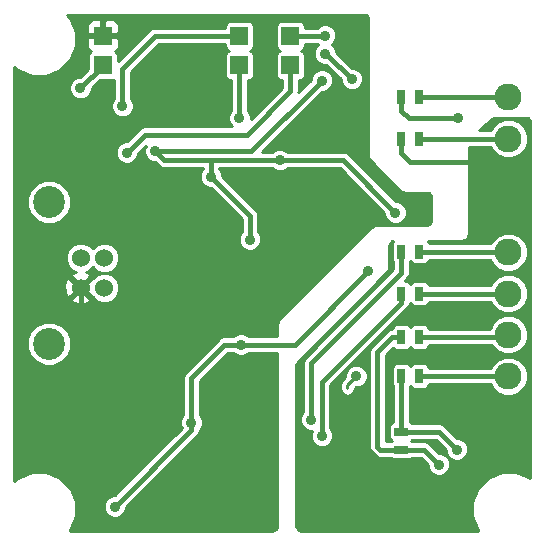
<source format=gtl>
G04 (created by PCBNEW (2013-07-07 BZR 4022)-stable) date 18.12.2014 21:06:21*
%MOIN*%
G04 Gerber Fmt 3.4, Leading zero omitted, Abs format*
%FSLAX34Y34*%
G01*
G70*
G90*
G04 APERTURE LIST*
%ADD10C,0.00590551*%
%ADD11C,0.06*%
%ADD12C,0.1063*%
%ADD13R,0.025X0.045*%
%ADD14R,0.045X0.025*%
%ADD15C,0.09*%
%ADD16R,0.0590551X0.0590551*%
%ADD17C,0.035*%
%ADD18C,0.01*%
%ADD19C,0.015*%
G04 APERTURE END LIST*
G54D10*
G54D11*
X4149Y9339D03*
X4149Y10339D03*
X3362Y10339D03*
X3362Y9339D03*
G54D12*
X2299Y7477D03*
X2299Y12201D03*
G54D13*
X14050Y6400D03*
X14650Y6400D03*
X14050Y15700D03*
X14650Y15700D03*
X14050Y14300D03*
X14650Y14300D03*
G54D14*
X14050Y4550D03*
X14050Y3950D03*
G54D13*
X14050Y7700D03*
X14650Y7700D03*
X14050Y9150D03*
X14650Y9150D03*
X14050Y10550D03*
X14650Y10550D03*
G54D15*
X17616Y14311D03*
X17616Y15688D03*
X17616Y9150D03*
X17616Y10528D03*
X17616Y6394D03*
X17616Y7772D03*
G54D16*
X4100Y17742D03*
X4100Y16757D03*
X8650Y16757D03*
X8650Y17742D03*
X10350Y16757D03*
X10350Y17742D03*
G54D17*
X12550Y6400D03*
X11400Y16250D03*
X5850Y13900D03*
X9000Y10950D03*
X7700Y13050D03*
X13850Y11850D03*
X10000Y13600D03*
X4500Y2050D03*
X11500Y17150D03*
X12400Y16300D03*
X12950Y9900D03*
X8700Y7450D03*
X7050Y4850D03*
X8650Y15000D03*
X4900Y13850D03*
X5700Y13350D03*
X6750Y13100D03*
X11350Y14550D03*
X11150Y9700D03*
X10950Y11350D03*
X5500Y8550D03*
X4800Y8550D03*
X11400Y12350D03*
X6300Y7400D03*
X9100Y5950D03*
X6550Y11350D03*
X5000Y11350D03*
X5850Y11350D03*
X7950Y16800D03*
X6450Y16500D03*
X7150Y16600D03*
X14750Y11650D03*
X6100Y8550D03*
X8200Y1600D03*
X7100Y1600D03*
X6150Y1600D03*
X14400Y1700D03*
X13400Y1650D03*
X12250Y1650D03*
X11150Y1500D03*
X11150Y2350D03*
X15950Y4900D03*
X15950Y5350D03*
X15950Y3000D03*
X16550Y13550D03*
X3350Y16000D03*
X11500Y17750D03*
X4750Y15400D03*
X11400Y4400D03*
X11050Y4950D03*
X15900Y3950D03*
X15300Y3450D03*
X15950Y15000D03*
G54D18*
X12250Y6000D02*
X12250Y6100D01*
X12250Y6100D02*
X12550Y6400D01*
G54D19*
X5850Y13900D02*
X9050Y13900D01*
X9050Y13900D02*
X11400Y16250D01*
X6150Y13600D02*
X7500Y13600D01*
X7500Y13600D02*
X7700Y13600D01*
X5850Y13900D02*
X6150Y13600D01*
X9000Y10950D02*
X9000Y11750D01*
X9000Y11750D02*
X7700Y13050D01*
X7700Y13050D02*
X7700Y13600D01*
X12100Y13600D02*
X10000Y13600D01*
X13850Y11850D02*
X12100Y13600D01*
X7700Y13600D02*
X10000Y13600D01*
X4500Y2050D02*
X7050Y4600D01*
X7050Y4600D02*
X7050Y4850D01*
X11550Y17150D02*
X11500Y17150D01*
X12400Y16300D02*
X11550Y17150D01*
X10500Y7450D02*
X12950Y9900D01*
X10500Y7450D02*
X8700Y7450D01*
X7050Y6350D02*
X8150Y7450D01*
X7050Y4850D02*
X7050Y6350D01*
X8150Y7450D02*
X8700Y7450D01*
X17616Y6394D02*
X14655Y6394D01*
X14655Y6394D02*
X14650Y6400D01*
X14650Y7700D02*
X17543Y7700D01*
X17543Y7700D02*
X17616Y7772D01*
X17616Y9150D02*
X14650Y9150D01*
X14650Y9150D02*
X14650Y9150D01*
X14650Y10550D02*
X17594Y10550D01*
X17594Y10550D02*
X17616Y10528D01*
X8650Y15000D02*
X8650Y16757D01*
X4900Y13850D02*
X5500Y14450D01*
X8900Y14450D02*
X10350Y15900D01*
X10350Y15900D02*
X10350Y16757D01*
X5500Y14450D02*
X8900Y14450D01*
X4800Y8550D02*
X5500Y8550D01*
X5750Y1600D02*
X3550Y1600D01*
G54D18*
X3550Y1600D02*
X3550Y2650D01*
X2750Y3450D02*
X1700Y3450D01*
X3550Y2650D02*
X2750Y3450D01*
G54D19*
X5850Y11350D02*
X5000Y11350D01*
X8200Y1600D02*
X7100Y1600D01*
X7100Y1600D02*
X6150Y1600D01*
X1700Y3450D02*
X1700Y5450D01*
X3362Y7112D02*
X3362Y9339D01*
X1700Y5450D02*
X3362Y7112D01*
X6150Y1600D02*
X5750Y1600D01*
G54D18*
X12250Y1650D02*
X13400Y1650D01*
X11150Y1500D02*
X11150Y2350D01*
X11150Y2350D02*
X11150Y1950D01*
G54D19*
X15950Y5350D02*
X15950Y4900D01*
X15400Y13550D02*
X16550Y13550D01*
X14050Y13850D02*
X14350Y13550D01*
X14350Y13550D02*
X15400Y13550D01*
X14050Y14300D02*
X14050Y13850D01*
X4100Y16750D02*
X4100Y16757D01*
X3350Y16000D02*
X4100Y16750D01*
X11492Y17742D02*
X10350Y17742D01*
X11500Y17750D02*
X11492Y17742D01*
X8650Y17742D02*
X5842Y17742D01*
X4750Y16650D02*
X4750Y15400D01*
X5842Y17742D02*
X4750Y16650D01*
X17616Y14311D02*
X14661Y14311D01*
X14661Y14311D02*
X14650Y14300D01*
X14650Y15700D02*
X17605Y15700D01*
X17605Y15700D02*
X17616Y15688D01*
X11400Y4500D02*
X11400Y4400D01*
X14050Y9150D02*
X14050Y8850D01*
X14050Y8850D02*
X11400Y6200D01*
X11400Y4500D02*
X11400Y6200D01*
X11050Y5100D02*
X11050Y4950D01*
X14050Y10550D02*
X14050Y9850D01*
X14050Y9850D02*
X11050Y6850D01*
X11050Y5100D02*
X11050Y6850D01*
X14050Y4550D02*
X15300Y4550D01*
X15300Y4550D02*
X15900Y3950D01*
X14050Y6400D02*
X14050Y4550D01*
X14050Y3950D02*
X14800Y3950D01*
X14800Y3950D02*
X15300Y3450D01*
X14050Y7700D02*
X13750Y7700D01*
X13350Y3950D02*
X14050Y3950D01*
X13250Y4050D02*
X13350Y3950D01*
X13250Y7200D02*
X13250Y4050D01*
X13750Y7700D02*
X13250Y7200D01*
X14050Y15700D02*
X14050Y15250D01*
X14300Y15000D02*
X15950Y15000D01*
X14050Y15250D02*
X14300Y15000D01*
G54D10*
G36*
X15050Y11604D02*
X15037Y11542D01*
X15005Y11494D01*
X14957Y11462D01*
X14895Y11450D01*
X14225Y11450D01*
X14225Y11924D01*
X14168Y12062D01*
X14062Y12167D01*
X13924Y12224D01*
X13863Y12224D01*
X12294Y13794D01*
X12205Y13854D01*
X12100Y13875D01*
X10255Y13875D01*
X10212Y13917D01*
X10074Y13974D01*
X9925Y13975D01*
X9787Y13918D01*
X9744Y13875D01*
X9413Y13875D01*
X11413Y15874D01*
X11474Y15874D01*
X11612Y15931D01*
X11717Y16037D01*
X11774Y16175D01*
X11775Y16324D01*
X11718Y16462D01*
X11612Y16567D01*
X11474Y16624D01*
X11325Y16625D01*
X11187Y16568D01*
X11082Y16462D01*
X11025Y16324D01*
X11025Y16263D01*
X10616Y15854D01*
X10624Y15900D01*
X10625Y15900D01*
X10625Y16262D01*
X10684Y16262D01*
X10758Y16292D01*
X10814Y16349D01*
X10845Y16422D01*
X10845Y16502D01*
X10845Y17092D01*
X10814Y17166D01*
X10758Y17222D01*
X10692Y17250D01*
X10758Y17277D01*
X10814Y17333D01*
X10845Y17406D01*
X10845Y17467D01*
X11252Y17467D01*
X11269Y17449D01*
X11182Y17362D01*
X11125Y17224D01*
X11124Y17075D01*
X11181Y16937D01*
X11287Y16832D01*
X11425Y16775D01*
X11536Y16774D01*
X12024Y16286D01*
X12024Y16225D01*
X12081Y16087D01*
X12187Y15982D01*
X12325Y15925D01*
X12474Y15924D01*
X12612Y15981D01*
X12717Y16087D01*
X12774Y16225D01*
X12775Y16374D01*
X12718Y16512D01*
X12612Y16617D01*
X12474Y16674D01*
X12413Y16674D01*
X11875Y17213D01*
X11875Y17224D01*
X11818Y17362D01*
X11730Y17450D01*
X11817Y17537D01*
X11874Y17675D01*
X11875Y17824D01*
X11818Y17962D01*
X11712Y18067D01*
X11574Y18124D01*
X11425Y18125D01*
X11287Y18068D01*
X11236Y18017D01*
X10845Y18017D01*
X10845Y18077D01*
X10814Y18150D01*
X10758Y18206D01*
X10685Y18237D01*
X10605Y18237D01*
X10015Y18237D01*
X9941Y18207D01*
X9885Y18150D01*
X9854Y18077D01*
X9854Y17997D01*
X9854Y17407D01*
X9885Y17333D01*
X9941Y17277D01*
X10007Y17249D01*
X9941Y17222D01*
X9885Y17166D01*
X9854Y17093D01*
X9854Y17013D01*
X9854Y16422D01*
X9885Y16349D01*
X9941Y16293D01*
X10014Y16262D01*
X10075Y16262D01*
X10075Y16013D01*
X9024Y14963D01*
X9025Y15074D01*
X8968Y15212D01*
X8925Y15255D01*
X8925Y16262D01*
X8984Y16262D01*
X9058Y16292D01*
X9114Y16349D01*
X9145Y16422D01*
X9145Y16502D01*
X9145Y17092D01*
X9114Y17166D01*
X9058Y17222D01*
X8992Y17250D01*
X9058Y17277D01*
X9114Y17333D01*
X9145Y17406D01*
X9145Y17486D01*
X9145Y18077D01*
X9114Y18150D01*
X9058Y18206D01*
X8985Y18237D01*
X8905Y18237D01*
X8315Y18237D01*
X8241Y18207D01*
X8185Y18150D01*
X8154Y18077D01*
X8154Y18017D01*
X5842Y18017D01*
X5736Y17996D01*
X5647Y17936D01*
X4595Y16884D01*
X4595Y17092D01*
X4564Y17166D01*
X4508Y17222D01*
X4507Y17222D01*
X4537Y17235D01*
X4607Y17305D01*
X4645Y17397D01*
X4645Y18086D01*
X4607Y18178D01*
X4537Y18249D01*
X4445Y18287D01*
X4345Y18287D01*
X4212Y18287D01*
X4150Y18224D01*
X4150Y17792D01*
X4582Y17792D01*
X4645Y17854D01*
X4645Y18086D01*
X4645Y17397D01*
X4645Y17629D01*
X4582Y17692D01*
X4150Y17692D01*
X4150Y17684D01*
X4050Y17684D01*
X4050Y17692D01*
X4050Y17792D01*
X4050Y18224D01*
X3987Y18287D01*
X3854Y18287D01*
X3754Y18287D01*
X3662Y18249D01*
X3592Y18178D01*
X3554Y18086D01*
X3554Y17854D01*
X3617Y17792D01*
X4050Y17792D01*
X4050Y17692D01*
X3617Y17692D01*
X3554Y17629D01*
X3554Y17397D01*
X3592Y17305D01*
X3662Y17235D01*
X3691Y17222D01*
X3691Y17222D01*
X3635Y17166D01*
X3604Y17093D01*
X3604Y17013D01*
X3604Y16643D01*
X3336Y16375D01*
X3275Y16375D01*
X3137Y16318D01*
X3032Y16212D01*
X2975Y16074D01*
X2974Y15925D01*
X3031Y15787D01*
X3137Y15682D01*
X3275Y15625D01*
X3424Y15624D01*
X3562Y15681D01*
X3667Y15787D01*
X3724Y15925D01*
X3724Y15986D01*
X4001Y16262D01*
X4434Y16262D01*
X4475Y16279D01*
X4475Y15655D01*
X4432Y15612D01*
X4375Y15474D01*
X4374Y15325D01*
X4431Y15187D01*
X4537Y15082D01*
X4675Y15025D01*
X4824Y15024D01*
X4962Y15081D01*
X5067Y15187D01*
X5124Y15325D01*
X5125Y15474D01*
X5068Y15612D01*
X5025Y15655D01*
X5025Y16536D01*
X5956Y17467D01*
X8154Y17467D01*
X8154Y17407D01*
X8185Y17333D01*
X8241Y17277D01*
X8307Y17249D01*
X8241Y17222D01*
X8185Y17166D01*
X8154Y17093D01*
X8154Y17013D01*
X8154Y16422D01*
X8185Y16349D01*
X8241Y16293D01*
X8314Y16262D01*
X8375Y16262D01*
X8375Y15255D01*
X8332Y15212D01*
X8275Y15074D01*
X8274Y14925D01*
X8331Y14787D01*
X8394Y14725D01*
X5500Y14725D01*
X5394Y14704D01*
X5305Y14644D01*
X4886Y14225D01*
X4825Y14225D01*
X4687Y14168D01*
X4582Y14062D01*
X4525Y13924D01*
X4524Y13775D01*
X4581Y13637D01*
X4687Y13532D01*
X4825Y13475D01*
X4974Y13474D01*
X5112Y13531D01*
X5217Y13637D01*
X5274Y13775D01*
X5274Y13836D01*
X5518Y14079D01*
X5475Y13974D01*
X5474Y13825D01*
X5531Y13687D01*
X5637Y13582D01*
X5775Y13525D01*
X5836Y13525D01*
X5955Y13405D01*
X5955Y13405D01*
X6015Y13365D01*
X6044Y13345D01*
X6044Y13345D01*
X6149Y13325D01*
X6150Y13325D01*
X7425Y13325D01*
X7425Y13305D01*
X7382Y13262D01*
X7325Y13124D01*
X7324Y12975D01*
X7381Y12837D01*
X7487Y12732D01*
X7625Y12675D01*
X7686Y12675D01*
X8725Y11636D01*
X8725Y11205D01*
X8682Y11162D01*
X8625Y11024D01*
X8624Y10875D01*
X8681Y10737D01*
X8787Y10632D01*
X8925Y10575D01*
X9074Y10574D01*
X9212Y10631D01*
X9317Y10737D01*
X9374Y10875D01*
X9375Y11024D01*
X9318Y11162D01*
X9275Y11205D01*
X9275Y11750D01*
X9254Y11855D01*
X9254Y11855D01*
X9194Y11944D01*
X8075Y13063D01*
X8075Y13124D01*
X8018Y13262D01*
X7975Y13305D01*
X7975Y13325D01*
X9744Y13325D01*
X9787Y13282D01*
X9925Y13225D01*
X10074Y13224D01*
X10212Y13281D01*
X10255Y13325D01*
X11986Y13325D01*
X13474Y11836D01*
X13474Y11775D01*
X13531Y11637D01*
X13637Y11532D01*
X13775Y11475D01*
X13924Y11474D01*
X14062Y11531D01*
X14167Y11637D01*
X14224Y11775D01*
X14225Y11924D01*
X14225Y11450D01*
X13227Y11450D01*
X13136Y11431D01*
X13059Y11380D01*
X12814Y11135D01*
X9969Y8290D01*
X9918Y8213D01*
X9900Y8122D01*
X9900Y7725D01*
X8955Y7725D01*
X8912Y7767D01*
X8774Y7824D01*
X8625Y7825D01*
X8487Y7768D01*
X8444Y7725D01*
X8150Y7725D01*
X8044Y7704D01*
X8015Y7684D01*
X7955Y7644D01*
X6855Y6544D01*
X6795Y6455D01*
X6775Y6350D01*
X6775Y5105D01*
X6732Y5062D01*
X6675Y4924D01*
X6674Y4775D01*
X6722Y4661D01*
X4649Y2588D01*
X4649Y9438D01*
X4649Y10438D01*
X4573Y10622D01*
X4432Y10763D01*
X4249Y10839D01*
X4050Y10839D01*
X3866Y10763D01*
X3755Y10652D01*
X3645Y10763D01*
X3462Y10839D01*
X3263Y10839D01*
X3079Y10763D01*
X3030Y10715D01*
X3030Y12346D01*
X2919Y12615D01*
X2714Y12821D01*
X2445Y12932D01*
X2154Y12932D01*
X1885Y12821D01*
X1679Y12616D01*
X1567Y12347D01*
X1567Y12056D01*
X1678Y11787D01*
X1884Y11581D01*
X2153Y11469D01*
X2444Y11469D01*
X2713Y11580D01*
X2918Y11786D01*
X3030Y12055D01*
X3030Y12346D01*
X3030Y10715D01*
X2938Y10622D01*
X2862Y10439D01*
X2862Y10240D01*
X2938Y10056D01*
X3078Y9915D01*
X3191Y9869D01*
X3074Y9820D01*
X3047Y9725D01*
X3362Y9410D01*
X3677Y9725D01*
X3650Y9820D01*
X3524Y9865D01*
X3645Y9915D01*
X3755Y10025D01*
X3865Y9915D01*
X4049Y9839D01*
X4248Y9839D01*
X4432Y9915D01*
X4572Y10055D01*
X4649Y10239D01*
X4649Y10438D01*
X4649Y9438D01*
X4573Y9622D01*
X4432Y9763D01*
X4249Y9839D01*
X4050Y9839D01*
X3866Y9763D01*
X3755Y9652D01*
X3748Y9654D01*
X3432Y9339D01*
X3748Y9024D01*
X3755Y9026D01*
X3865Y8915D01*
X4049Y8839D01*
X4248Y8839D01*
X4432Y8915D01*
X4572Y9055D01*
X4649Y9239D01*
X4649Y9438D01*
X4649Y2588D01*
X4486Y2425D01*
X4425Y2425D01*
X4287Y2368D01*
X4182Y2262D01*
X4125Y2124D01*
X4124Y1975D01*
X4181Y1837D01*
X4287Y1732D01*
X4425Y1675D01*
X4574Y1674D01*
X4712Y1731D01*
X4817Y1837D01*
X4874Y1975D01*
X4874Y2036D01*
X7244Y4405D01*
X7304Y4494D01*
X7304Y4494D01*
X7323Y4593D01*
X7367Y4637D01*
X7424Y4775D01*
X7425Y4924D01*
X7368Y5062D01*
X7325Y5105D01*
X7325Y6236D01*
X8263Y7175D01*
X8444Y7175D01*
X8487Y7132D01*
X8625Y7075D01*
X8774Y7074D01*
X8912Y7131D01*
X8955Y7175D01*
X9900Y7175D01*
X9900Y1404D01*
X9887Y1342D01*
X9855Y1294D01*
X9807Y1262D01*
X9745Y1250D01*
X3677Y1250D01*
X3677Y8953D01*
X3362Y9268D01*
X3291Y9197D01*
X3291Y9339D01*
X2976Y9654D01*
X2880Y9627D01*
X2807Y9421D01*
X2818Y9202D01*
X2880Y9051D01*
X2976Y9024D01*
X3291Y9339D01*
X3291Y9197D01*
X3047Y8953D01*
X3074Y8858D01*
X3280Y8784D01*
X3498Y8795D01*
X3650Y8858D01*
X3677Y8953D01*
X3677Y1250D01*
X2991Y1250D01*
X3011Y1270D01*
X3199Y1722D01*
X3199Y2212D01*
X3030Y2621D01*
X3030Y7622D01*
X2919Y7891D01*
X2714Y8097D01*
X2445Y8208D01*
X2154Y8208D01*
X1885Y8097D01*
X1679Y7892D01*
X1567Y7623D01*
X1567Y7332D01*
X1678Y7063D01*
X1884Y6857D01*
X2153Y6745D01*
X2444Y6745D01*
X2713Y6856D01*
X2918Y7062D01*
X3030Y7331D01*
X3030Y7622D01*
X3030Y2621D01*
X3012Y2664D01*
X2666Y3011D01*
X2214Y3199D01*
X1724Y3199D01*
X1272Y3012D01*
X1150Y2890D01*
X1150Y16708D01*
X1270Y16588D01*
X1722Y16400D01*
X2212Y16400D01*
X2664Y16587D01*
X3011Y16933D01*
X3199Y17385D01*
X3199Y17875D01*
X3012Y18327D01*
X2890Y18450D01*
X12795Y18450D01*
X12857Y18437D01*
X12905Y18405D01*
X12937Y18357D01*
X12950Y18295D01*
X12950Y13727D01*
X12968Y13636D01*
X13019Y13559D01*
X14009Y12569D01*
X14086Y12518D01*
X14177Y12500D01*
X14895Y12500D01*
X14957Y12487D01*
X15005Y12455D01*
X15037Y12407D01*
X15050Y12345D01*
X15050Y11604D01*
X15050Y11604D01*
G37*
G54D18*
X15050Y11604D02*
X15037Y11542D01*
X15005Y11494D01*
X14957Y11462D01*
X14895Y11450D01*
X14225Y11450D01*
X14225Y11924D01*
X14168Y12062D01*
X14062Y12167D01*
X13924Y12224D01*
X13863Y12224D01*
X12294Y13794D01*
X12205Y13854D01*
X12100Y13875D01*
X10255Y13875D01*
X10212Y13917D01*
X10074Y13974D01*
X9925Y13975D01*
X9787Y13918D01*
X9744Y13875D01*
X9413Y13875D01*
X11413Y15874D01*
X11474Y15874D01*
X11612Y15931D01*
X11717Y16037D01*
X11774Y16175D01*
X11775Y16324D01*
X11718Y16462D01*
X11612Y16567D01*
X11474Y16624D01*
X11325Y16625D01*
X11187Y16568D01*
X11082Y16462D01*
X11025Y16324D01*
X11025Y16263D01*
X10616Y15854D01*
X10624Y15900D01*
X10625Y15900D01*
X10625Y16262D01*
X10684Y16262D01*
X10758Y16292D01*
X10814Y16349D01*
X10845Y16422D01*
X10845Y16502D01*
X10845Y17092D01*
X10814Y17166D01*
X10758Y17222D01*
X10692Y17250D01*
X10758Y17277D01*
X10814Y17333D01*
X10845Y17406D01*
X10845Y17467D01*
X11252Y17467D01*
X11269Y17449D01*
X11182Y17362D01*
X11125Y17224D01*
X11124Y17075D01*
X11181Y16937D01*
X11287Y16832D01*
X11425Y16775D01*
X11536Y16774D01*
X12024Y16286D01*
X12024Y16225D01*
X12081Y16087D01*
X12187Y15982D01*
X12325Y15925D01*
X12474Y15924D01*
X12612Y15981D01*
X12717Y16087D01*
X12774Y16225D01*
X12775Y16374D01*
X12718Y16512D01*
X12612Y16617D01*
X12474Y16674D01*
X12413Y16674D01*
X11875Y17213D01*
X11875Y17224D01*
X11818Y17362D01*
X11730Y17450D01*
X11817Y17537D01*
X11874Y17675D01*
X11875Y17824D01*
X11818Y17962D01*
X11712Y18067D01*
X11574Y18124D01*
X11425Y18125D01*
X11287Y18068D01*
X11236Y18017D01*
X10845Y18017D01*
X10845Y18077D01*
X10814Y18150D01*
X10758Y18206D01*
X10685Y18237D01*
X10605Y18237D01*
X10015Y18237D01*
X9941Y18207D01*
X9885Y18150D01*
X9854Y18077D01*
X9854Y17997D01*
X9854Y17407D01*
X9885Y17333D01*
X9941Y17277D01*
X10007Y17249D01*
X9941Y17222D01*
X9885Y17166D01*
X9854Y17093D01*
X9854Y17013D01*
X9854Y16422D01*
X9885Y16349D01*
X9941Y16293D01*
X10014Y16262D01*
X10075Y16262D01*
X10075Y16013D01*
X9024Y14963D01*
X9025Y15074D01*
X8968Y15212D01*
X8925Y15255D01*
X8925Y16262D01*
X8984Y16262D01*
X9058Y16292D01*
X9114Y16349D01*
X9145Y16422D01*
X9145Y16502D01*
X9145Y17092D01*
X9114Y17166D01*
X9058Y17222D01*
X8992Y17250D01*
X9058Y17277D01*
X9114Y17333D01*
X9145Y17406D01*
X9145Y17486D01*
X9145Y18077D01*
X9114Y18150D01*
X9058Y18206D01*
X8985Y18237D01*
X8905Y18237D01*
X8315Y18237D01*
X8241Y18207D01*
X8185Y18150D01*
X8154Y18077D01*
X8154Y18017D01*
X5842Y18017D01*
X5736Y17996D01*
X5647Y17936D01*
X4595Y16884D01*
X4595Y17092D01*
X4564Y17166D01*
X4508Y17222D01*
X4507Y17222D01*
X4537Y17235D01*
X4607Y17305D01*
X4645Y17397D01*
X4645Y18086D01*
X4607Y18178D01*
X4537Y18249D01*
X4445Y18287D01*
X4345Y18287D01*
X4212Y18287D01*
X4150Y18224D01*
X4150Y17792D01*
X4582Y17792D01*
X4645Y17854D01*
X4645Y18086D01*
X4645Y17397D01*
X4645Y17629D01*
X4582Y17692D01*
X4150Y17692D01*
X4150Y17684D01*
X4050Y17684D01*
X4050Y17692D01*
X4050Y17792D01*
X4050Y18224D01*
X3987Y18287D01*
X3854Y18287D01*
X3754Y18287D01*
X3662Y18249D01*
X3592Y18178D01*
X3554Y18086D01*
X3554Y17854D01*
X3617Y17792D01*
X4050Y17792D01*
X4050Y17692D01*
X3617Y17692D01*
X3554Y17629D01*
X3554Y17397D01*
X3592Y17305D01*
X3662Y17235D01*
X3691Y17222D01*
X3691Y17222D01*
X3635Y17166D01*
X3604Y17093D01*
X3604Y17013D01*
X3604Y16643D01*
X3336Y16375D01*
X3275Y16375D01*
X3137Y16318D01*
X3032Y16212D01*
X2975Y16074D01*
X2974Y15925D01*
X3031Y15787D01*
X3137Y15682D01*
X3275Y15625D01*
X3424Y15624D01*
X3562Y15681D01*
X3667Y15787D01*
X3724Y15925D01*
X3724Y15986D01*
X4001Y16262D01*
X4434Y16262D01*
X4475Y16279D01*
X4475Y15655D01*
X4432Y15612D01*
X4375Y15474D01*
X4374Y15325D01*
X4431Y15187D01*
X4537Y15082D01*
X4675Y15025D01*
X4824Y15024D01*
X4962Y15081D01*
X5067Y15187D01*
X5124Y15325D01*
X5125Y15474D01*
X5068Y15612D01*
X5025Y15655D01*
X5025Y16536D01*
X5956Y17467D01*
X8154Y17467D01*
X8154Y17407D01*
X8185Y17333D01*
X8241Y17277D01*
X8307Y17249D01*
X8241Y17222D01*
X8185Y17166D01*
X8154Y17093D01*
X8154Y17013D01*
X8154Y16422D01*
X8185Y16349D01*
X8241Y16293D01*
X8314Y16262D01*
X8375Y16262D01*
X8375Y15255D01*
X8332Y15212D01*
X8275Y15074D01*
X8274Y14925D01*
X8331Y14787D01*
X8394Y14725D01*
X5500Y14725D01*
X5394Y14704D01*
X5305Y14644D01*
X4886Y14225D01*
X4825Y14225D01*
X4687Y14168D01*
X4582Y14062D01*
X4525Y13924D01*
X4524Y13775D01*
X4581Y13637D01*
X4687Y13532D01*
X4825Y13475D01*
X4974Y13474D01*
X5112Y13531D01*
X5217Y13637D01*
X5274Y13775D01*
X5274Y13836D01*
X5518Y14079D01*
X5475Y13974D01*
X5474Y13825D01*
X5531Y13687D01*
X5637Y13582D01*
X5775Y13525D01*
X5836Y13525D01*
X5955Y13405D01*
X5955Y13405D01*
X6015Y13365D01*
X6044Y13345D01*
X6044Y13345D01*
X6149Y13325D01*
X6150Y13325D01*
X7425Y13325D01*
X7425Y13305D01*
X7382Y13262D01*
X7325Y13124D01*
X7324Y12975D01*
X7381Y12837D01*
X7487Y12732D01*
X7625Y12675D01*
X7686Y12675D01*
X8725Y11636D01*
X8725Y11205D01*
X8682Y11162D01*
X8625Y11024D01*
X8624Y10875D01*
X8681Y10737D01*
X8787Y10632D01*
X8925Y10575D01*
X9074Y10574D01*
X9212Y10631D01*
X9317Y10737D01*
X9374Y10875D01*
X9375Y11024D01*
X9318Y11162D01*
X9275Y11205D01*
X9275Y11750D01*
X9254Y11855D01*
X9254Y11855D01*
X9194Y11944D01*
X8075Y13063D01*
X8075Y13124D01*
X8018Y13262D01*
X7975Y13305D01*
X7975Y13325D01*
X9744Y13325D01*
X9787Y13282D01*
X9925Y13225D01*
X10074Y13224D01*
X10212Y13281D01*
X10255Y13325D01*
X11986Y13325D01*
X13474Y11836D01*
X13474Y11775D01*
X13531Y11637D01*
X13637Y11532D01*
X13775Y11475D01*
X13924Y11474D01*
X14062Y11531D01*
X14167Y11637D01*
X14224Y11775D01*
X14225Y11924D01*
X14225Y11450D01*
X13227Y11450D01*
X13136Y11431D01*
X13059Y11380D01*
X12814Y11135D01*
X9969Y8290D01*
X9918Y8213D01*
X9900Y8122D01*
X9900Y7725D01*
X8955Y7725D01*
X8912Y7767D01*
X8774Y7824D01*
X8625Y7825D01*
X8487Y7768D01*
X8444Y7725D01*
X8150Y7725D01*
X8044Y7704D01*
X8015Y7684D01*
X7955Y7644D01*
X6855Y6544D01*
X6795Y6455D01*
X6775Y6350D01*
X6775Y5105D01*
X6732Y5062D01*
X6675Y4924D01*
X6674Y4775D01*
X6722Y4661D01*
X4649Y2588D01*
X4649Y9438D01*
X4649Y10438D01*
X4573Y10622D01*
X4432Y10763D01*
X4249Y10839D01*
X4050Y10839D01*
X3866Y10763D01*
X3755Y10652D01*
X3645Y10763D01*
X3462Y10839D01*
X3263Y10839D01*
X3079Y10763D01*
X3030Y10715D01*
X3030Y12346D01*
X2919Y12615D01*
X2714Y12821D01*
X2445Y12932D01*
X2154Y12932D01*
X1885Y12821D01*
X1679Y12616D01*
X1567Y12347D01*
X1567Y12056D01*
X1678Y11787D01*
X1884Y11581D01*
X2153Y11469D01*
X2444Y11469D01*
X2713Y11580D01*
X2918Y11786D01*
X3030Y12055D01*
X3030Y12346D01*
X3030Y10715D01*
X2938Y10622D01*
X2862Y10439D01*
X2862Y10240D01*
X2938Y10056D01*
X3078Y9915D01*
X3191Y9869D01*
X3074Y9820D01*
X3047Y9725D01*
X3362Y9410D01*
X3677Y9725D01*
X3650Y9820D01*
X3524Y9865D01*
X3645Y9915D01*
X3755Y10025D01*
X3865Y9915D01*
X4049Y9839D01*
X4248Y9839D01*
X4432Y9915D01*
X4572Y10055D01*
X4649Y10239D01*
X4649Y10438D01*
X4649Y9438D01*
X4573Y9622D01*
X4432Y9763D01*
X4249Y9839D01*
X4050Y9839D01*
X3866Y9763D01*
X3755Y9652D01*
X3748Y9654D01*
X3432Y9339D01*
X3748Y9024D01*
X3755Y9026D01*
X3865Y8915D01*
X4049Y8839D01*
X4248Y8839D01*
X4432Y8915D01*
X4572Y9055D01*
X4649Y9239D01*
X4649Y9438D01*
X4649Y2588D01*
X4486Y2425D01*
X4425Y2425D01*
X4287Y2368D01*
X4182Y2262D01*
X4125Y2124D01*
X4124Y1975D01*
X4181Y1837D01*
X4287Y1732D01*
X4425Y1675D01*
X4574Y1674D01*
X4712Y1731D01*
X4817Y1837D01*
X4874Y1975D01*
X4874Y2036D01*
X7244Y4405D01*
X7304Y4494D01*
X7304Y4494D01*
X7323Y4593D01*
X7367Y4637D01*
X7424Y4775D01*
X7425Y4924D01*
X7368Y5062D01*
X7325Y5105D01*
X7325Y6236D01*
X8263Y7175D01*
X8444Y7175D01*
X8487Y7132D01*
X8625Y7075D01*
X8774Y7074D01*
X8912Y7131D01*
X8955Y7175D01*
X9900Y7175D01*
X9900Y1404D01*
X9887Y1342D01*
X9855Y1294D01*
X9807Y1262D01*
X9745Y1250D01*
X3677Y1250D01*
X3677Y8953D01*
X3362Y9268D01*
X3291Y9197D01*
X3291Y9339D01*
X2976Y9654D01*
X2880Y9627D01*
X2807Y9421D01*
X2818Y9202D01*
X2880Y9051D01*
X2976Y9024D01*
X3291Y9339D01*
X3291Y9197D01*
X3047Y8953D01*
X3074Y8858D01*
X3280Y8784D01*
X3498Y8795D01*
X3650Y8858D01*
X3677Y8953D01*
X3677Y1250D01*
X2991Y1250D01*
X3011Y1270D01*
X3199Y1722D01*
X3199Y2212D01*
X3030Y2621D01*
X3030Y7622D01*
X2919Y7891D01*
X2714Y8097D01*
X2445Y8208D01*
X2154Y8208D01*
X1885Y8097D01*
X1679Y7892D01*
X1567Y7623D01*
X1567Y7332D01*
X1678Y7063D01*
X1884Y6857D01*
X2153Y6745D01*
X2444Y6745D01*
X2713Y6856D01*
X2918Y7062D01*
X3030Y7331D01*
X3030Y7622D01*
X3030Y2621D01*
X3012Y2664D01*
X2666Y3011D01*
X2214Y3199D01*
X1724Y3199D01*
X1272Y3012D01*
X1150Y2890D01*
X1150Y16708D01*
X1270Y16588D01*
X1722Y16400D01*
X2212Y16400D01*
X2664Y16587D01*
X3011Y16933D01*
X3199Y17385D01*
X3199Y17875D01*
X3012Y18327D01*
X2890Y18450D01*
X12795Y18450D01*
X12857Y18437D01*
X12905Y18405D01*
X12937Y18357D01*
X12950Y18295D01*
X12950Y13727D01*
X12968Y13636D01*
X13019Y13559D01*
X14009Y12569D01*
X14086Y12518D01*
X14177Y12500D01*
X14895Y12500D01*
X14957Y12487D01*
X15005Y12455D01*
X15037Y12407D01*
X15050Y12345D01*
X15050Y11604D01*
G54D10*
G36*
X18350Y2991D02*
X18329Y3011D01*
X18266Y3037D01*
X18266Y6523D01*
X18167Y6762D01*
X17984Y6945D01*
X17746Y7044D01*
X17487Y7044D01*
X17248Y6945D01*
X17065Y6763D01*
X17026Y6669D01*
X14973Y6669D01*
X14944Y6738D01*
X14888Y6794D01*
X14814Y6824D01*
X14735Y6825D01*
X14485Y6825D01*
X14411Y6794D01*
X14355Y6738D01*
X14350Y6725D01*
X14344Y6738D01*
X14288Y6794D01*
X14214Y6824D01*
X14135Y6825D01*
X13885Y6825D01*
X13811Y6794D01*
X13755Y6738D01*
X13725Y6664D01*
X13724Y6585D01*
X13724Y6135D01*
X13755Y6061D01*
X13775Y6042D01*
X13775Y4870D01*
X13711Y4844D01*
X13655Y4788D01*
X13625Y4714D01*
X13624Y4635D01*
X13624Y4385D01*
X13655Y4311D01*
X13711Y4255D01*
X13724Y4250D01*
X13711Y4244D01*
X13692Y4225D01*
X13525Y4225D01*
X13525Y7086D01*
X13778Y7339D01*
X13811Y7305D01*
X13885Y7275D01*
X13964Y7274D01*
X14214Y7274D01*
X14288Y7305D01*
X14344Y7361D01*
X14349Y7374D01*
X14355Y7361D01*
X14411Y7305D01*
X14485Y7275D01*
X14564Y7274D01*
X14814Y7274D01*
X14888Y7305D01*
X14944Y7361D01*
X14970Y7425D01*
X17056Y7425D01*
X17064Y7404D01*
X17247Y7221D01*
X17486Y7122D01*
X17744Y7122D01*
X17983Y7221D01*
X18166Y7403D01*
X18266Y7642D01*
X18266Y7901D01*
X18167Y8140D01*
X17984Y8323D01*
X17746Y8422D01*
X17487Y8422D01*
X17248Y8323D01*
X17065Y8141D01*
X16996Y7975D01*
X14970Y7975D01*
X14944Y8038D01*
X14888Y8094D01*
X14814Y8124D01*
X14735Y8125D01*
X14485Y8125D01*
X14411Y8094D01*
X14355Y8038D01*
X14350Y8025D01*
X14344Y8038D01*
X14288Y8094D01*
X14214Y8124D01*
X14135Y8125D01*
X13885Y8125D01*
X13811Y8094D01*
X13755Y8038D01*
X13727Y7970D01*
X13644Y7954D01*
X13555Y7894D01*
X13055Y7394D01*
X12995Y7305D01*
X12975Y7200D01*
X12975Y4050D01*
X12995Y3944D01*
X13055Y3855D01*
X13155Y3755D01*
X13244Y3695D01*
X13244Y3695D01*
X13350Y3675D01*
X13692Y3675D01*
X13711Y3655D01*
X13785Y3625D01*
X13864Y3624D01*
X14314Y3624D01*
X14388Y3655D01*
X14407Y3675D01*
X14686Y3675D01*
X14924Y3436D01*
X14924Y3375D01*
X14981Y3237D01*
X15087Y3132D01*
X15225Y3075D01*
X15374Y3074D01*
X15512Y3131D01*
X15617Y3237D01*
X15674Y3375D01*
X15675Y3524D01*
X15618Y3662D01*
X15512Y3767D01*
X15374Y3824D01*
X15313Y3824D01*
X14994Y4144D01*
X14905Y4204D01*
X14800Y4225D01*
X14407Y4225D01*
X14388Y4244D01*
X14375Y4249D01*
X14388Y4255D01*
X14407Y4275D01*
X15186Y4275D01*
X15524Y3936D01*
X15524Y3875D01*
X15581Y3737D01*
X15687Y3632D01*
X15825Y3575D01*
X15974Y3574D01*
X16112Y3631D01*
X16217Y3737D01*
X16274Y3875D01*
X16275Y4024D01*
X16218Y4162D01*
X16112Y4267D01*
X15974Y4324D01*
X15913Y4324D01*
X15494Y4744D01*
X15405Y4804D01*
X15300Y4825D01*
X14407Y4825D01*
X14388Y4844D01*
X14325Y4870D01*
X14325Y6042D01*
X14344Y6061D01*
X14349Y6074D01*
X14355Y6061D01*
X14411Y6005D01*
X14485Y5975D01*
X14564Y5974D01*
X14814Y5974D01*
X14888Y6005D01*
X14944Y6061D01*
X14968Y6119D01*
X17026Y6119D01*
X17064Y6026D01*
X17247Y5843D01*
X17486Y5744D01*
X17744Y5744D01*
X17983Y5843D01*
X18166Y6025D01*
X18266Y6264D01*
X18266Y6523D01*
X18266Y3037D01*
X17877Y3199D01*
X17387Y3199D01*
X16935Y3012D01*
X16588Y2666D01*
X16400Y2214D01*
X16400Y1724D01*
X16587Y1272D01*
X16609Y1250D01*
X12925Y1250D01*
X12925Y6474D01*
X12868Y6612D01*
X12762Y6717D01*
X12624Y6774D01*
X12475Y6775D01*
X12337Y6718D01*
X12232Y6612D01*
X12175Y6474D01*
X12174Y6378D01*
X12073Y6276D01*
X12019Y6195D01*
X12000Y6100D01*
X12000Y6000D01*
X12019Y5904D01*
X12073Y5823D01*
X12154Y5769D01*
X12250Y5750D01*
X12345Y5769D01*
X12426Y5823D01*
X12480Y5904D01*
X12499Y5995D01*
X12528Y6025D01*
X12624Y6024D01*
X12762Y6081D01*
X12867Y6187D01*
X12924Y6325D01*
X12925Y6474D01*
X12925Y1250D01*
X10704Y1250D01*
X10642Y1262D01*
X10594Y1294D01*
X10562Y1342D01*
X10550Y1404D01*
X10550Y6762D01*
X10562Y6824D01*
X10597Y6876D01*
X13580Y9859D01*
X13631Y9936D01*
X13650Y10027D01*
X13650Y10745D01*
X13662Y10807D01*
X13694Y10855D01*
X13742Y10887D01*
X13757Y10890D01*
X13755Y10888D01*
X13725Y10814D01*
X13724Y10735D01*
X13724Y10285D01*
X13755Y10211D01*
X13775Y10192D01*
X13775Y9963D01*
X10855Y7044D01*
X10795Y6955D01*
X10775Y6850D01*
X10775Y5205D01*
X10732Y5162D01*
X10675Y5024D01*
X10674Y4875D01*
X10731Y4737D01*
X10837Y4632D01*
X10975Y4575D01*
X11066Y4574D01*
X11025Y4474D01*
X11024Y4325D01*
X11081Y4187D01*
X11187Y4082D01*
X11325Y4025D01*
X11474Y4024D01*
X11612Y4081D01*
X11717Y4187D01*
X11774Y4325D01*
X11775Y4474D01*
X11718Y4612D01*
X11675Y4655D01*
X11675Y6086D01*
X14244Y8655D01*
X14304Y8744D01*
X14304Y8744D01*
X14310Y8777D01*
X14344Y8811D01*
X14349Y8824D01*
X14355Y8811D01*
X14411Y8755D01*
X14485Y8725D01*
X14564Y8724D01*
X14814Y8724D01*
X14888Y8755D01*
X14944Y8811D01*
X14970Y8875D01*
X17026Y8875D01*
X17064Y8782D01*
X17247Y8599D01*
X17486Y8500D01*
X17744Y8500D01*
X17983Y8599D01*
X18166Y8781D01*
X18266Y9020D01*
X18266Y9279D01*
X18167Y9518D01*
X17984Y9701D01*
X17746Y9800D01*
X17487Y9800D01*
X17248Y9701D01*
X17065Y9519D01*
X17026Y9425D01*
X14970Y9425D01*
X14944Y9488D01*
X14888Y9544D01*
X14814Y9574D01*
X14735Y9575D01*
X14485Y9575D01*
X14411Y9544D01*
X14355Y9488D01*
X14350Y9475D01*
X14344Y9488D01*
X14288Y9544D01*
X14214Y9574D01*
X14163Y9575D01*
X14244Y9655D01*
X14304Y9744D01*
X14304Y9744D01*
X14325Y9850D01*
X14325Y10192D01*
X14344Y10211D01*
X14349Y10224D01*
X14355Y10211D01*
X14411Y10155D01*
X14485Y10125D01*
X14564Y10124D01*
X14814Y10124D01*
X14888Y10155D01*
X14944Y10211D01*
X14970Y10275D01*
X17017Y10275D01*
X17064Y10160D01*
X17247Y9977D01*
X17486Y9878D01*
X17744Y9878D01*
X17983Y9976D01*
X18166Y10159D01*
X18266Y10398D01*
X18266Y10657D01*
X18167Y10896D01*
X17984Y11079D01*
X17746Y11178D01*
X17487Y11178D01*
X17248Y11079D01*
X17065Y10897D01*
X17035Y10825D01*
X14970Y10825D01*
X14944Y10888D01*
X14932Y10900D01*
X16054Y10900D01*
X16146Y10918D01*
X16227Y10972D01*
X16281Y11053D01*
X16300Y11145D01*
X16300Y14036D01*
X17026Y14036D01*
X17064Y13943D01*
X17247Y13760D01*
X17486Y13661D01*
X17744Y13660D01*
X17983Y13759D01*
X18166Y13942D01*
X18266Y14181D01*
X18266Y14439D01*
X18167Y14678D01*
X17984Y14861D01*
X17746Y14960D01*
X17487Y14961D01*
X17248Y14862D01*
X17065Y14679D01*
X17026Y14586D01*
X16649Y14586D01*
X17072Y14959D01*
X17122Y14989D01*
X17180Y15000D01*
X18195Y15000D01*
X18257Y14987D01*
X18305Y14955D01*
X18337Y14907D01*
X18350Y14845D01*
X18350Y2991D01*
X18350Y2991D01*
G37*
G54D18*
X18350Y2991D02*
X18329Y3011D01*
X18266Y3037D01*
X18266Y6523D01*
X18167Y6762D01*
X17984Y6945D01*
X17746Y7044D01*
X17487Y7044D01*
X17248Y6945D01*
X17065Y6763D01*
X17026Y6669D01*
X14973Y6669D01*
X14944Y6738D01*
X14888Y6794D01*
X14814Y6824D01*
X14735Y6825D01*
X14485Y6825D01*
X14411Y6794D01*
X14355Y6738D01*
X14350Y6725D01*
X14344Y6738D01*
X14288Y6794D01*
X14214Y6824D01*
X14135Y6825D01*
X13885Y6825D01*
X13811Y6794D01*
X13755Y6738D01*
X13725Y6664D01*
X13724Y6585D01*
X13724Y6135D01*
X13755Y6061D01*
X13775Y6042D01*
X13775Y4870D01*
X13711Y4844D01*
X13655Y4788D01*
X13625Y4714D01*
X13624Y4635D01*
X13624Y4385D01*
X13655Y4311D01*
X13711Y4255D01*
X13724Y4250D01*
X13711Y4244D01*
X13692Y4225D01*
X13525Y4225D01*
X13525Y7086D01*
X13778Y7339D01*
X13811Y7305D01*
X13885Y7275D01*
X13964Y7274D01*
X14214Y7274D01*
X14288Y7305D01*
X14344Y7361D01*
X14349Y7374D01*
X14355Y7361D01*
X14411Y7305D01*
X14485Y7275D01*
X14564Y7274D01*
X14814Y7274D01*
X14888Y7305D01*
X14944Y7361D01*
X14970Y7425D01*
X17056Y7425D01*
X17064Y7404D01*
X17247Y7221D01*
X17486Y7122D01*
X17744Y7122D01*
X17983Y7221D01*
X18166Y7403D01*
X18266Y7642D01*
X18266Y7901D01*
X18167Y8140D01*
X17984Y8323D01*
X17746Y8422D01*
X17487Y8422D01*
X17248Y8323D01*
X17065Y8141D01*
X16996Y7975D01*
X14970Y7975D01*
X14944Y8038D01*
X14888Y8094D01*
X14814Y8124D01*
X14735Y8125D01*
X14485Y8125D01*
X14411Y8094D01*
X14355Y8038D01*
X14350Y8025D01*
X14344Y8038D01*
X14288Y8094D01*
X14214Y8124D01*
X14135Y8125D01*
X13885Y8125D01*
X13811Y8094D01*
X13755Y8038D01*
X13727Y7970D01*
X13644Y7954D01*
X13555Y7894D01*
X13055Y7394D01*
X12995Y7305D01*
X12975Y7200D01*
X12975Y4050D01*
X12995Y3944D01*
X13055Y3855D01*
X13155Y3755D01*
X13244Y3695D01*
X13244Y3695D01*
X13350Y3675D01*
X13692Y3675D01*
X13711Y3655D01*
X13785Y3625D01*
X13864Y3624D01*
X14314Y3624D01*
X14388Y3655D01*
X14407Y3675D01*
X14686Y3675D01*
X14924Y3436D01*
X14924Y3375D01*
X14981Y3237D01*
X15087Y3132D01*
X15225Y3075D01*
X15374Y3074D01*
X15512Y3131D01*
X15617Y3237D01*
X15674Y3375D01*
X15675Y3524D01*
X15618Y3662D01*
X15512Y3767D01*
X15374Y3824D01*
X15313Y3824D01*
X14994Y4144D01*
X14905Y4204D01*
X14800Y4225D01*
X14407Y4225D01*
X14388Y4244D01*
X14375Y4249D01*
X14388Y4255D01*
X14407Y4275D01*
X15186Y4275D01*
X15524Y3936D01*
X15524Y3875D01*
X15581Y3737D01*
X15687Y3632D01*
X15825Y3575D01*
X15974Y3574D01*
X16112Y3631D01*
X16217Y3737D01*
X16274Y3875D01*
X16275Y4024D01*
X16218Y4162D01*
X16112Y4267D01*
X15974Y4324D01*
X15913Y4324D01*
X15494Y4744D01*
X15405Y4804D01*
X15300Y4825D01*
X14407Y4825D01*
X14388Y4844D01*
X14325Y4870D01*
X14325Y6042D01*
X14344Y6061D01*
X14349Y6074D01*
X14355Y6061D01*
X14411Y6005D01*
X14485Y5975D01*
X14564Y5974D01*
X14814Y5974D01*
X14888Y6005D01*
X14944Y6061D01*
X14968Y6119D01*
X17026Y6119D01*
X17064Y6026D01*
X17247Y5843D01*
X17486Y5744D01*
X17744Y5744D01*
X17983Y5843D01*
X18166Y6025D01*
X18266Y6264D01*
X18266Y6523D01*
X18266Y3037D01*
X17877Y3199D01*
X17387Y3199D01*
X16935Y3012D01*
X16588Y2666D01*
X16400Y2214D01*
X16400Y1724D01*
X16587Y1272D01*
X16609Y1250D01*
X12925Y1250D01*
X12925Y6474D01*
X12868Y6612D01*
X12762Y6717D01*
X12624Y6774D01*
X12475Y6775D01*
X12337Y6718D01*
X12232Y6612D01*
X12175Y6474D01*
X12174Y6378D01*
X12073Y6276D01*
X12019Y6195D01*
X12000Y6100D01*
X12000Y6000D01*
X12019Y5904D01*
X12073Y5823D01*
X12154Y5769D01*
X12250Y5750D01*
X12345Y5769D01*
X12426Y5823D01*
X12480Y5904D01*
X12499Y5995D01*
X12528Y6025D01*
X12624Y6024D01*
X12762Y6081D01*
X12867Y6187D01*
X12924Y6325D01*
X12925Y6474D01*
X12925Y1250D01*
X10704Y1250D01*
X10642Y1262D01*
X10594Y1294D01*
X10562Y1342D01*
X10550Y1404D01*
X10550Y6762D01*
X10562Y6824D01*
X10597Y6876D01*
X13580Y9859D01*
X13631Y9936D01*
X13650Y10027D01*
X13650Y10745D01*
X13662Y10807D01*
X13694Y10855D01*
X13742Y10887D01*
X13757Y10890D01*
X13755Y10888D01*
X13725Y10814D01*
X13724Y10735D01*
X13724Y10285D01*
X13755Y10211D01*
X13775Y10192D01*
X13775Y9963D01*
X10855Y7044D01*
X10795Y6955D01*
X10775Y6850D01*
X10775Y5205D01*
X10732Y5162D01*
X10675Y5024D01*
X10674Y4875D01*
X10731Y4737D01*
X10837Y4632D01*
X10975Y4575D01*
X11066Y4574D01*
X11025Y4474D01*
X11024Y4325D01*
X11081Y4187D01*
X11187Y4082D01*
X11325Y4025D01*
X11474Y4024D01*
X11612Y4081D01*
X11717Y4187D01*
X11774Y4325D01*
X11775Y4474D01*
X11718Y4612D01*
X11675Y4655D01*
X11675Y6086D01*
X14244Y8655D01*
X14304Y8744D01*
X14304Y8744D01*
X14310Y8777D01*
X14344Y8811D01*
X14349Y8824D01*
X14355Y8811D01*
X14411Y8755D01*
X14485Y8725D01*
X14564Y8724D01*
X14814Y8724D01*
X14888Y8755D01*
X14944Y8811D01*
X14970Y8875D01*
X17026Y8875D01*
X17064Y8782D01*
X17247Y8599D01*
X17486Y8500D01*
X17744Y8500D01*
X17983Y8599D01*
X18166Y8781D01*
X18266Y9020D01*
X18266Y9279D01*
X18167Y9518D01*
X17984Y9701D01*
X17746Y9800D01*
X17487Y9800D01*
X17248Y9701D01*
X17065Y9519D01*
X17026Y9425D01*
X14970Y9425D01*
X14944Y9488D01*
X14888Y9544D01*
X14814Y9574D01*
X14735Y9575D01*
X14485Y9575D01*
X14411Y9544D01*
X14355Y9488D01*
X14350Y9475D01*
X14344Y9488D01*
X14288Y9544D01*
X14214Y9574D01*
X14163Y9575D01*
X14244Y9655D01*
X14304Y9744D01*
X14304Y9744D01*
X14325Y9850D01*
X14325Y10192D01*
X14344Y10211D01*
X14349Y10224D01*
X14355Y10211D01*
X14411Y10155D01*
X14485Y10125D01*
X14564Y10124D01*
X14814Y10124D01*
X14888Y10155D01*
X14944Y10211D01*
X14970Y10275D01*
X17017Y10275D01*
X17064Y10160D01*
X17247Y9977D01*
X17486Y9878D01*
X17744Y9878D01*
X17983Y9976D01*
X18166Y10159D01*
X18266Y10398D01*
X18266Y10657D01*
X18167Y10896D01*
X17984Y11079D01*
X17746Y11178D01*
X17487Y11178D01*
X17248Y11079D01*
X17065Y10897D01*
X17035Y10825D01*
X14970Y10825D01*
X14944Y10888D01*
X14932Y10900D01*
X16054Y10900D01*
X16146Y10918D01*
X16227Y10972D01*
X16281Y11053D01*
X16300Y11145D01*
X16300Y14036D01*
X17026Y14036D01*
X17064Y13943D01*
X17247Y13760D01*
X17486Y13661D01*
X17744Y13660D01*
X17983Y13759D01*
X18166Y13942D01*
X18266Y14181D01*
X18266Y14439D01*
X18167Y14678D01*
X17984Y14861D01*
X17746Y14960D01*
X17487Y14961D01*
X17248Y14862D01*
X17065Y14679D01*
X17026Y14586D01*
X16649Y14586D01*
X17072Y14959D01*
X17122Y14989D01*
X17180Y15000D01*
X18195Y15000D01*
X18257Y14987D01*
X18305Y14955D01*
X18337Y14907D01*
X18350Y14845D01*
X18350Y2991D01*
M02*

</source>
